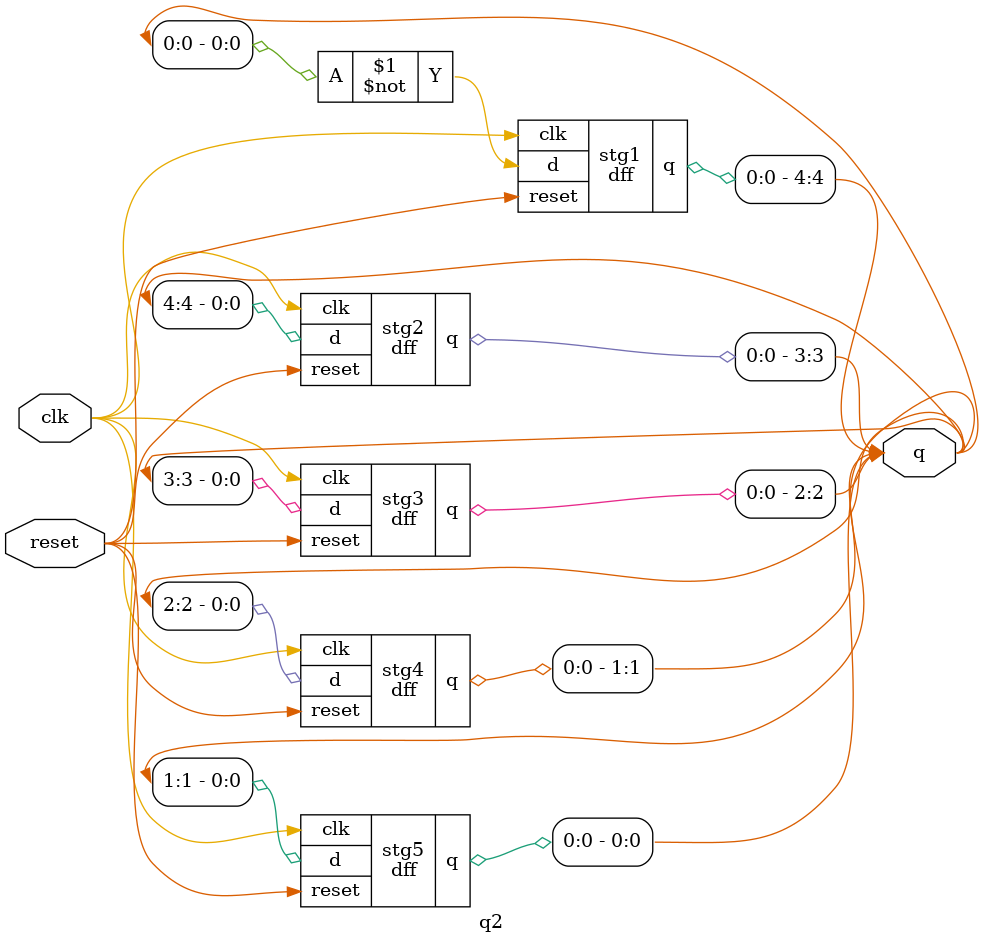
<source format=v>
module dff(d,q,clk,reset);
input d,clk,reset;
output reg q;
always @(posedge clk)begin
if(reset)
q<=0;
else
q<=d;
end 
endmodule
module q2(reset,clk,q);
input reset,clk;
output[4:0]q;
dff stg1(~q[0],q[4],clk,reset);
dff stg2(q[4],q[3],clk,reset);
dff stg3(q[3],q[2],clk,reset);
dff stg4(q[2],q[1],clk,reset);
dff stg5(q[1],q[0],clk,reset);
endmodule


</source>
